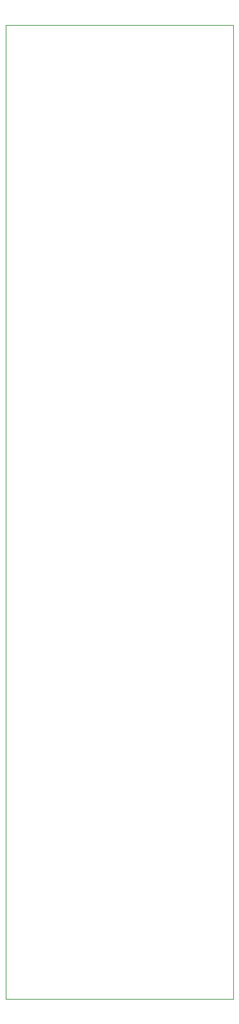
<source format=gbr>
%TF.GenerationSoftware,KiCad,Pcbnew,8.0.5+1*%
%TF.CreationDate,2024-11-27T03:26:51+08:00*%
%TF.ProjectId,MiniDiv v0.3 - Front,4d696e69-4469-4762-9076-302e33202d20,0.3*%
%TF.SameCoordinates,Original*%
%TF.FileFunction,Profile,NP*%
%FSLAX46Y46*%
G04 Gerber Fmt 4.6, Leading zero omitted, Abs format (unit mm)*
G04 Created by KiCad (PCBNEW 8.0.5+1) date 2024-11-27 03:26:51*
%MOMM*%
%LPD*%
G01*
G04 APERTURE LIST*
%TA.AperFunction,Profile*%
%ADD10C,0.100000*%
%TD*%
G04 APERTURE END LIST*
D10*
X55000000Y-40000000D02*
X85000000Y-40000000D01*
X85000000Y-168500000D01*
X55000000Y-168500000D01*
X55000000Y-40000000D01*
M02*

</source>
